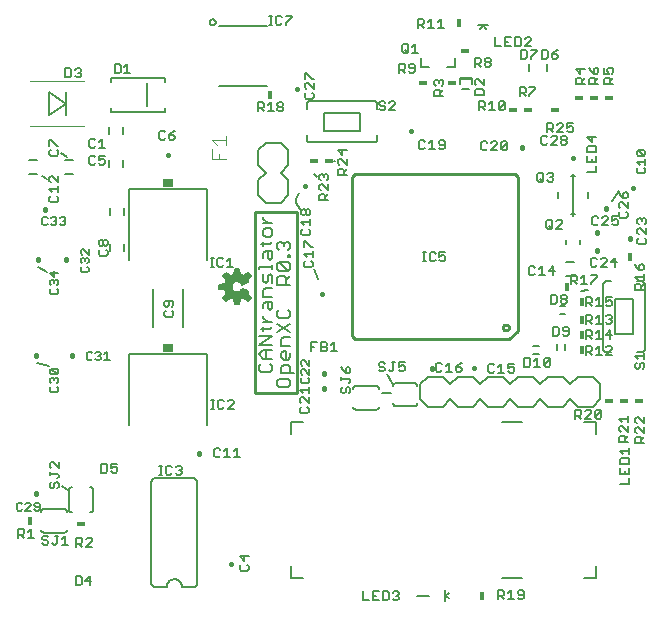
<source format=gto>
G75*
%MOIN*%
%OFA0B0*%
%FSLAX24Y24*%
%IPPOS*%
%LPD*%
%AMOC8*
5,1,8,0,0,1.08239X$1,22.5*
%
%ADD10C,0.0080*%
%ADD11C,0.0100*%
%ADD12C,0.0060*%
%ADD13C,0.0160*%
%ADD14R,0.0160X0.0280*%
%ADD15R,0.0280X0.0160*%
%ADD16R,0.0340X0.0300*%
%ADD17C,0.0040*%
%ADD18C,0.0050*%
%ADD19C,0.0059*%
D10*
X027428Y021930D02*
X027760Y021930D01*
X027760Y021950D02*
X027762Y021980D01*
X027767Y022010D01*
X027776Y022039D01*
X027789Y022066D01*
X027804Y022092D01*
X027823Y022116D01*
X027844Y022137D01*
X027868Y022156D01*
X027894Y022171D01*
X027921Y022184D01*
X027950Y022193D01*
X027980Y022198D01*
X028010Y022200D01*
X028040Y022198D01*
X028070Y022193D01*
X028099Y022184D01*
X028126Y022171D01*
X028152Y022156D01*
X028176Y022137D01*
X028197Y022116D01*
X028216Y022092D01*
X028231Y022066D01*
X028244Y022039D01*
X028253Y022010D01*
X028258Y021980D01*
X028260Y021950D01*
X028260Y021930D02*
X028656Y021930D01*
X028656Y021929D02*
X028676Y021934D01*
X028695Y021942D01*
X028713Y021953D01*
X028729Y021966D01*
X028742Y021982D01*
X028753Y021999D01*
X028761Y022018D01*
X028766Y022038D01*
X028768Y022059D01*
X028767Y022080D01*
X028766Y022080D02*
X028766Y025459D01*
X028767Y025460D02*
X028762Y025480D01*
X028754Y025499D01*
X028743Y025517D01*
X028730Y025533D01*
X028714Y025546D01*
X028697Y025557D01*
X028678Y025565D01*
X028658Y025570D01*
X028637Y025572D01*
X028616Y025571D01*
X028616Y025570D02*
X027384Y025570D01*
X027361Y025568D01*
X027338Y025563D01*
X027316Y025554D01*
X027296Y025541D01*
X027278Y025526D01*
X027263Y025508D01*
X027250Y025488D01*
X027241Y025466D01*
X027236Y025443D01*
X027234Y025420D01*
X027234Y022080D01*
X027233Y022080D02*
X027238Y022056D01*
X027246Y022033D01*
X027257Y022012D01*
X027271Y021992D01*
X027288Y021974D01*
X027307Y021959D01*
X027328Y021946D01*
X027350Y021937D01*
X027374Y021931D01*
X027398Y021929D01*
X027423Y021930D01*
X024325Y023750D02*
X023675Y023750D01*
X023658Y023752D01*
X023641Y023756D01*
X023625Y023763D01*
X023611Y023773D01*
X023598Y023786D01*
X023588Y023800D01*
X023581Y023816D01*
X023577Y023833D01*
X023575Y023850D01*
X023575Y024450D02*
X023577Y024467D01*
X023581Y024484D01*
X023588Y024500D01*
X023598Y024514D01*
X023611Y024527D01*
X023625Y024537D01*
X023641Y024544D01*
X023658Y024548D01*
X023675Y024550D01*
X024325Y024550D01*
X024342Y024548D01*
X024359Y024544D01*
X024375Y024537D01*
X024389Y024527D01*
X024402Y024514D01*
X024412Y024500D01*
X024419Y024484D01*
X024423Y024467D01*
X024425Y024450D01*
X024500Y024525D02*
X024500Y025175D01*
X024500Y025150D02*
X024250Y025300D01*
X024500Y025175D02*
X024502Y025192D01*
X024506Y025209D01*
X024513Y025225D01*
X024523Y025239D01*
X024536Y025252D01*
X024550Y025262D01*
X024566Y025269D01*
X024583Y025273D01*
X024600Y025275D01*
X025200Y025275D02*
X025217Y025273D01*
X025234Y025269D01*
X025250Y025262D01*
X025264Y025252D01*
X025277Y025239D01*
X025287Y025225D01*
X025294Y025209D01*
X025298Y025192D01*
X025300Y025175D01*
X025300Y024525D01*
X025298Y024508D01*
X025294Y024491D01*
X025287Y024475D01*
X025277Y024461D01*
X025264Y024448D01*
X025250Y024438D01*
X025234Y024431D01*
X025217Y024427D01*
X025200Y024425D01*
X024600Y024425D02*
X024583Y024427D01*
X024566Y024431D01*
X024550Y024438D01*
X024536Y024448D01*
X024523Y024461D01*
X024513Y024475D01*
X024506Y024491D01*
X024502Y024508D01*
X024500Y024525D01*
X024425Y023850D02*
X024423Y023833D01*
X024419Y023816D01*
X024412Y023800D01*
X024402Y023786D01*
X024389Y023773D01*
X024375Y023763D01*
X024359Y023756D01*
X024342Y023752D01*
X024325Y023750D01*
X026510Y027340D02*
X026510Y029700D01*
X029090Y029700D01*
X029090Y027340D01*
X030910Y029090D02*
X031190Y029090D01*
X031260Y029160D01*
X031260Y029300D01*
X031190Y029370D01*
X031260Y029550D02*
X030980Y029550D01*
X030840Y029691D01*
X030980Y029831D01*
X031260Y029831D01*
X031260Y030011D02*
X030840Y030011D01*
X031260Y030291D01*
X030840Y030291D01*
X030980Y030471D02*
X030980Y030611D01*
X030910Y030541D02*
X031190Y030541D01*
X031260Y030611D01*
X031260Y030778D02*
X030980Y030778D01*
X031120Y030778D02*
X030980Y030918D01*
X030980Y030988D01*
X030980Y031232D02*
X030980Y031372D01*
X031050Y031442D01*
X031260Y031442D01*
X031260Y031232D01*
X031190Y031162D01*
X031120Y031232D01*
X031120Y031442D01*
X031260Y031622D02*
X030980Y031622D01*
X030980Y031832D01*
X031050Y031902D01*
X031260Y031902D01*
X031260Y032083D02*
X031260Y032293D01*
X031190Y032363D01*
X031120Y032293D01*
X031120Y032153D01*
X031050Y032083D01*
X030980Y032153D01*
X030980Y032363D01*
X030840Y032543D02*
X030840Y032613D01*
X031260Y032613D01*
X031260Y032543D02*
X031260Y032683D01*
X031440Y032691D02*
X031510Y032761D01*
X031790Y032480D01*
X031860Y032550D01*
X031860Y032691D01*
X031790Y032761D01*
X031510Y032761D01*
X031440Y032691D02*
X031440Y032550D01*
X031510Y032480D01*
X031790Y032480D01*
X031860Y032300D02*
X031720Y032160D01*
X031720Y032230D02*
X031720Y032020D01*
X031860Y032020D02*
X031440Y032020D01*
X031440Y032230D01*
X031510Y032300D01*
X031650Y032300D01*
X031720Y032230D01*
X031790Y032941D02*
X031790Y033011D01*
X031860Y033011D01*
X031860Y032941D01*
X031790Y032941D01*
X031790Y033171D02*
X031860Y033241D01*
X031860Y033381D01*
X031790Y033451D01*
X031720Y033451D01*
X031650Y033381D01*
X031650Y033311D01*
X031650Y033381D02*
X031580Y033451D01*
X031510Y033451D01*
X031440Y033381D01*
X031440Y033241D01*
X031510Y033171D01*
X031260Y033130D02*
X031260Y032920D01*
X031190Y032850D01*
X031120Y032920D01*
X031120Y033130D01*
X031050Y033130D02*
X031260Y033130D01*
X031050Y033130D02*
X030980Y033060D01*
X030980Y032920D01*
X030980Y033310D02*
X030980Y033450D01*
X030910Y033380D02*
X031190Y033380D01*
X031260Y033450D01*
X031190Y033617D02*
X031260Y033687D01*
X031260Y033827D01*
X031190Y033897D01*
X031050Y033897D01*
X030980Y033827D01*
X030980Y033687D01*
X031050Y033617D01*
X031190Y033617D01*
X031260Y034078D02*
X030980Y034078D01*
X031120Y034078D02*
X030980Y034218D01*
X030980Y034288D01*
X031050Y034750D02*
X031550Y034750D01*
X031800Y035000D01*
X031800Y035500D01*
X031550Y035750D01*
X031800Y036000D01*
X031800Y036500D01*
X031550Y036750D01*
X031050Y036750D01*
X030800Y036500D01*
X030800Y036000D01*
X031050Y035750D01*
X030800Y035500D01*
X030800Y035000D01*
X031050Y034750D01*
X032080Y034730D02*
X032200Y034550D01*
X032080Y034730D02*
X032080Y034880D01*
X032170Y035060D01*
X032750Y035600D02*
X032680Y035700D01*
X033340Y036150D02*
X033380Y036150D01*
X031100Y038650D02*
X029500Y038650D01*
X027706Y038785D02*
X027706Y038921D01*
X025894Y038921D01*
X025894Y038787D01*
X025894Y037915D02*
X025894Y037779D01*
X027706Y037779D01*
X027706Y037915D01*
X027115Y037956D02*
X027115Y038744D01*
X024387Y038444D02*
X024387Y037656D01*
X024387Y038050D02*
X023847Y037656D01*
X023847Y038444D01*
X024387Y038050D01*
X024220Y036390D02*
X024430Y036270D01*
X023750Y035550D02*
X023610Y035650D01*
X026510Y035200D02*
X029090Y035200D01*
X029090Y032840D01*
X028312Y031860D02*
X028312Y030600D01*
X027288Y030600D02*
X027288Y031860D01*
X026510Y032840D02*
X026510Y035200D01*
X023770Y032430D02*
X023470Y032620D01*
X023440Y029410D02*
X023840Y029300D01*
X030840Y029300D02*
X030840Y029160D01*
X030910Y029090D01*
X030840Y029300D02*
X030910Y029370D01*
X031050Y029550D02*
X031050Y029831D01*
X031580Y029731D02*
X031650Y029801D01*
X031720Y029801D01*
X031720Y029521D01*
X031790Y029521D02*
X031650Y029521D01*
X031580Y029591D01*
X031580Y029731D01*
X031580Y029981D02*
X031580Y030191D01*
X031650Y030261D01*
X031860Y030261D01*
X031860Y030442D02*
X031440Y030722D01*
X031510Y030902D02*
X031790Y030902D01*
X031860Y030972D01*
X031860Y031112D01*
X031790Y031182D01*
X031510Y031182D02*
X031440Y031112D01*
X031440Y030972D01*
X031510Y030902D01*
X031860Y030722D02*
X031440Y030442D01*
X031580Y029981D02*
X031860Y029981D01*
X031860Y029731D02*
X031860Y029591D01*
X031790Y029521D01*
X031790Y029341D02*
X031860Y029271D01*
X031860Y029060D01*
X032000Y029060D02*
X031580Y029060D01*
X031580Y029271D01*
X031650Y029341D01*
X031790Y029341D01*
X031790Y028880D02*
X031510Y028880D01*
X031440Y028810D01*
X031440Y028670D01*
X031510Y028600D01*
X031790Y028600D01*
X031860Y028670D01*
X031860Y028810D01*
X031790Y028880D01*
X031899Y027448D02*
X032293Y027448D01*
X031899Y027448D02*
X031899Y027055D01*
X034075Y027850D02*
X034725Y027850D01*
X034742Y027852D01*
X034759Y027856D01*
X034775Y027863D01*
X034789Y027873D01*
X034802Y027886D01*
X034812Y027900D01*
X034819Y027916D01*
X034823Y027933D01*
X034825Y027950D01*
X034930Y028400D02*
X035240Y028400D01*
X035307Y028625D02*
X035305Y028643D01*
X035306Y028660D01*
X035310Y028677D01*
X035317Y028693D01*
X035327Y028708D01*
X035339Y028720D01*
X035353Y028730D01*
X035369Y028738D01*
X035385Y028743D01*
X035385Y028744D02*
X036015Y028744D01*
X036015Y028743D02*
X036031Y028738D01*
X036047Y028730D01*
X036061Y028720D01*
X036073Y028708D01*
X036083Y028693D01*
X036090Y028677D01*
X036094Y028660D01*
X036095Y028643D01*
X036093Y028625D01*
X036200Y028700D02*
X036200Y028200D01*
X036450Y027950D01*
X036950Y027950D01*
X037200Y028200D01*
X037450Y027950D01*
X037950Y027950D01*
X038200Y028200D01*
X038450Y027950D01*
X038950Y027950D01*
X039200Y028200D01*
X039450Y027950D01*
X039950Y027950D01*
X040200Y028200D01*
X040450Y027950D01*
X040950Y027950D01*
X041200Y028200D01*
X041450Y027950D01*
X041950Y027950D01*
X042200Y028200D01*
X042200Y028700D01*
X041950Y028950D01*
X041450Y028950D01*
X041200Y028700D01*
X040950Y028950D01*
X040450Y028950D01*
X040200Y028700D01*
X039950Y028950D01*
X039450Y028950D01*
X039200Y028700D01*
X038950Y028950D01*
X038450Y028950D01*
X038200Y028700D01*
X037950Y028950D01*
X037450Y028950D01*
X037200Y028700D01*
X036950Y028950D01*
X036450Y028950D01*
X036200Y028700D01*
X036093Y028075D02*
X036095Y028057D01*
X036094Y028040D01*
X036090Y028023D01*
X036083Y028007D01*
X036073Y027992D01*
X036061Y027980D01*
X036047Y027970D01*
X036031Y027962D01*
X036015Y027957D01*
X036015Y027956D02*
X035385Y027956D01*
X035385Y027957D02*
X035369Y027962D01*
X035353Y027970D01*
X035339Y027980D01*
X035327Y027992D01*
X035317Y028007D01*
X035310Y028023D01*
X035306Y028040D01*
X035305Y028057D01*
X035307Y028075D01*
X035270Y028750D02*
X035100Y029050D01*
X034725Y028650D02*
X034075Y028650D01*
X034058Y028648D01*
X034041Y028644D01*
X034025Y028637D01*
X034011Y028627D01*
X033998Y028614D01*
X033988Y028600D01*
X033981Y028584D01*
X033977Y028567D01*
X033975Y028550D01*
X033975Y027950D02*
X033977Y027933D01*
X033981Y027916D01*
X033988Y027900D01*
X033998Y027886D01*
X034011Y027873D01*
X034025Y027863D01*
X034041Y027856D01*
X034058Y027852D01*
X034075Y027850D01*
X034825Y028550D02*
X034823Y028567D01*
X034819Y028584D01*
X034812Y028600D01*
X034802Y028614D01*
X034789Y028627D01*
X034775Y028637D01*
X034759Y028644D01*
X034742Y028648D01*
X034725Y028650D01*
X038946Y027448D02*
X039616Y027448D01*
X041663Y027448D02*
X042057Y027448D01*
X042057Y027055D01*
X041034Y029853D02*
X041034Y030030D01*
X040766Y030030D02*
X040766Y029853D01*
X040157Y029984D02*
X039980Y029984D01*
X039980Y029716D02*
X040157Y029716D01*
X040860Y031026D02*
X041037Y031026D01*
X041037Y031294D02*
X040860Y031294D01*
X041580Y031790D02*
X041790Y031850D01*
X041536Y033381D02*
X041536Y033519D01*
X041064Y033519D02*
X041064Y033381D01*
X041300Y034310D02*
X041300Y035710D01*
X041231Y035640D02*
X041369Y035640D01*
X041792Y035118D02*
X041792Y034902D01*
X041369Y034380D02*
X041231Y034380D01*
X040812Y034902D02*
X040812Y035118D01*
X042610Y034810D02*
X042820Y035150D01*
X040440Y039152D02*
X040440Y039388D01*
X039820Y039388D02*
X039820Y039152D01*
X037917Y038904D02*
X037917Y038865D01*
X037523Y038865D01*
X037523Y038904D01*
X037917Y038904D01*
X037917Y038865D02*
X037917Y038826D01*
X037917Y038707D01*
X037523Y038707D02*
X037523Y038865D01*
X037351Y039274D02*
X037115Y039274D01*
X037351Y039274D02*
X037351Y039589D01*
X036485Y039274D02*
X036249Y039274D01*
X036249Y039589D01*
X038119Y040657D02*
X038300Y040657D01*
X038392Y040535D01*
X038481Y040657D02*
X038300Y040657D01*
X038290Y040651D02*
X038214Y040535D01*
X031100Y040650D02*
X029500Y040650D01*
X029191Y040765D02*
X029193Y040785D01*
X029199Y040803D01*
X029208Y040821D01*
X029220Y040836D01*
X029235Y040848D01*
X029253Y040857D01*
X029271Y040863D01*
X029291Y040865D01*
X029311Y040863D01*
X029329Y040857D01*
X029347Y040848D01*
X029362Y040836D01*
X029374Y040821D01*
X029383Y040803D01*
X029389Y040785D01*
X029391Y040765D01*
X029389Y040745D01*
X029383Y040727D01*
X029374Y040709D01*
X029362Y040694D01*
X029347Y040682D01*
X029329Y040673D01*
X029311Y040667D01*
X029291Y040665D01*
X029271Y040667D01*
X029253Y040673D01*
X029235Y040682D01*
X029220Y040694D01*
X029208Y040709D01*
X029199Y040727D01*
X029193Y040745D01*
X029191Y040765D01*
X032660Y032530D02*
X032810Y032210D01*
X031899Y022645D02*
X031899Y022252D01*
X032293Y022252D01*
X036100Y021650D02*
X036500Y021650D01*
X037033Y021650D02*
X037155Y021742D01*
X037033Y021831D02*
X037033Y021650D01*
X037033Y021469D01*
X037155Y021564D02*
X037039Y021640D01*
X038946Y022252D02*
X039616Y022252D01*
X041663Y022252D02*
X042057Y022252D01*
X042057Y022645D01*
D11*
X032100Y028420D02*
X030700Y028420D01*
X030700Y034450D01*
X032100Y034450D01*
X032100Y028420D01*
X033944Y030293D02*
X033944Y035607D01*
X034043Y035706D01*
X039357Y035706D01*
X039456Y035607D01*
X039456Y030489D01*
X039161Y030194D01*
X034043Y030194D01*
X033944Y030293D01*
X038964Y030588D02*
X038966Y030607D01*
X038971Y030626D01*
X038981Y030642D01*
X038993Y030657D01*
X039008Y030669D01*
X039024Y030679D01*
X039043Y030684D01*
X039062Y030686D01*
X039081Y030684D01*
X039100Y030679D01*
X039116Y030669D01*
X039131Y030657D01*
X039143Y030642D01*
X039153Y030626D01*
X039158Y030607D01*
X039160Y030588D01*
X039158Y030569D01*
X039153Y030550D01*
X039143Y030534D01*
X039131Y030519D01*
X039116Y030507D01*
X039100Y030497D01*
X039081Y030492D01*
X039062Y030490D01*
X039043Y030492D01*
X039024Y030497D01*
X039008Y030507D01*
X038993Y030519D01*
X038981Y030534D01*
X038971Y030550D01*
X038966Y030569D01*
X038964Y030588D01*
D12*
X024867Y021990D02*
X024717Y021990D01*
X024717Y022290D01*
X024867Y022290D01*
X024917Y022240D01*
X024917Y022040D01*
X024867Y021990D01*
X025049Y022140D02*
X025249Y022140D01*
X025199Y021990D02*
X025199Y022290D01*
X025049Y022140D01*
X025071Y023275D02*
X025272Y023475D01*
X025272Y023525D01*
X025222Y023575D01*
X025122Y023575D01*
X025071Y023525D01*
X024940Y023525D02*
X024940Y023425D01*
X024890Y023375D01*
X024740Y023375D01*
X024740Y023275D02*
X024740Y023575D01*
X024890Y023575D01*
X024940Y023525D01*
X024840Y023375D02*
X024940Y023275D01*
X025071Y023275D02*
X025272Y023275D01*
X024476Y023350D02*
X024275Y023350D01*
X024376Y023350D02*
X024376Y023650D01*
X024275Y023550D01*
X024144Y023650D02*
X024044Y023650D01*
X024094Y023650D02*
X024094Y023400D01*
X024044Y023350D01*
X023994Y023350D01*
X023944Y023400D01*
X023813Y023400D02*
X023763Y023350D01*
X023663Y023350D01*
X023613Y023400D01*
X023663Y023500D02*
X023763Y023500D01*
X023813Y023450D01*
X023813Y023400D01*
X023663Y023500D02*
X023613Y023550D01*
X023613Y023600D01*
X023663Y023650D01*
X023763Y023650D01*
X023813Y023600D01*
X023339Y023575D02*
X023139Y023575D01*
X023239Y023575D02*
X023239Y023875D01*
X023139Y023775D01*
X023007Y023725D02*
X022957Y023675D01*
X022807Y023675D01*
X022807Y023575D02*
X022807Y023875D01*
X022957Y023875D01*
X023007Y023825D01*
X023007Y023725D01*
X022907Y023675D02*
X023007Y023575D01*
X023900Y025233D02*
X023950Y025233D01*
X024000Y025283D01*
X024000Y025383D01*
X024050Y025433D01*
X024100Y025433D01*
X024150Y025383D01*
X024150Y025283D01*
X024100Y025233D01*
X023900Y025233D02*
X023850Y025283D01*
X023850Y025383D01*
X023900Y025433D01*
X023850Y025665D02*
X023850Y025765D01*
X023850Y025715D02*
X024100Y025715D01*
X024150Y025665D01*
X024150Y025615D01*
X024100Y025565D01*
X024150Y025896D02*
X023950Y026096D01*
X023900Y026096D01*
X023850Y026046D01*
X023850Y025946D01*
X023900Y025896D01*
X024150Y025896D02*
X024150Y026096D01*
X025577Y026040D02*
X025727Y026040D01*
X025777Y025990D01*
X025777Y025790D01*
X025727Y025740D01*
X025577Y025740D01*
X025577Y026040D01*
X025909Y026040D02*
X025909Y025890D01*
X026009Y025940D01*
X026059Y025940D01*
X026109Y025890D01*
X026109Y025790D01*
X026059Y025740D01*
X025959Y025740D01*
X025909Y025790D01*
X025909Y026040D02*
X026109Y026040D01*
X027506Y025980D02*
X027606Y025980D01*
X027556Y025980D02*
X027556Y025680D01*
X027506Y025680D02*
X027606Y025680D01*
X027727Y025730D02*
X027777Y025680D01*
X027877Y025680D01*
X027927Y025730D01*
X028059Y025730D02*
X028109Y025680D01*
X028209Y025680D01*
X028259Y025730D01*
X028259Y025780D01*
X028209Y025830D01*
X028159Y025830D01*
X028209Y025830D02*
X028259Y025880D01*
X028259Y025930D01*
X028209Y025980D01*
X028109Y025980D01*
X028059Y025930D01*
X027927Y025930D02*
X027877Y025980D01*
X027777Y025980D01*
X027727Y025930D01*
X027727Y025730D01*
X029346Y026315D02*
X029396Y026265D01*
X029496Y026265D01*
X029546Y026315D01*
X029677Y026265D02*
X029877Y026265D01*
X029777Y026265D02*
X029777Y026565D01*
X029677Y026465D01*
X029546Y026515D02*
X029496Y026565D01*
X029396Y026565D01*
X029346Y026515D01*
X029346Y026315D01*
X030009Y026265D02*
X030209Y026265D01*
X030109Y026265D02*
X030109Y026565D01*
X030009Y026465D01*
X029993Y027880D02*
X029792Y027880D01*
X029993Y028080D01*
X029993Y028130D01*
X029943Y028180D01*
X029843Y028180D01*
X029792Y028130D01*
X029661Y028130D02*
X029611Y028180D01*
X029511Y028180D01*
X029461Y028130D01*
X029461Y027930D01*
X029511Y027880D01*
X029611Y027880D01*
X029661Y027930D01*
X029340Y027880D02*
X029240Y027880D01*
X029290Y027880D02*
X029290Y028180D01*
X029240Y028180D02*
X029340Y028180D01*
X032195Y028212D02*
X032195Y028112D01*
X032245Y028061D01*
X032245Y027930D02*
X032195Y027880D01*
X032195Y027780D01*
X032245Y027730D01*
X032445Y027730D01*
X032495Y027780D01*
X032495Y027880D01*
X032445Y027930D01*
X032495Y028061D02*
X032295Y028262D01*
X032245Y028262D01*
X032195Y028212D01*
X032295Y028393D02*
X032195Y028493D01*
X032495Y028493D01*
X032495Y028393D02*
X032495Y028593D01*
X032495Y028262D02*
X032495Y028061D01*
X033570Y028455D02*
X033570Y028555D01*
X033620Y028605D01*
X033720Y028555D02*
X033770Y028605D01*
X033820Y028605D01*
X033870Y028555D01*
X033870Y028455D01*
X033820Y028405D01*
X033720Y028455D02*
X033720Y028555D01*
X033720Y028455D02*
X033670Y028405D01*
X033620Y028405D01*
X033570Y028455D01*
X033820Y028736D02*
X033870Y028787D01*
X033870Y028837D01*
X033820Y028887D01*
X033570Y028887D01*
X033570Y028837D02*
X033570Y028937D01*
X033720Y029068D02*
X033720Y029218D01*
X033770Y029268D01*
X033820Y029268D01*
X033870Y029218D01*
X033870Y029118D01*
X033820Y029068D01*
X033720Y029068D01*
X033620Y029168D01*
X033570Y029268D01*
X033439Y029805D02*
X033239Y029805D01*
X033339Y029805D02*
X033339Y030105D01*
X033239Y030005D01*
X033107Y030005D02*
X033057Y029955D01*
X032907Y029955D01*
X032907Y029805D02*
X032907Y030105D01*
X033057Y030105D01*
X033107Y030055D01*
X033107Y030005D01*
X033057Y029955D02*
X033107Y029905D01*
X033107Y029855D01*
X033057Y029805D01*
X032907Y029805D01*
X032676Y029955D02*
X032576Y029955D01*
X032576Y029805D02*
X032576Y030105D01*
X032776Y030105D01*
X034825Y029380D02*
X034825Y029330D01*
X034875Y029280D01*
X034975Y029280D01*
X035025Y029230D01*
X035025Y029180D01*
X034975Y029130D01*
X034875Y029130D01*
X034825Y029180D01*
X034825Y029380D02*
X034875Y029430D01*
X034975Y029430D01*
X035025Y029380D01*
X035257Y029430D02*
X035357Y029430D01*
X035307Y029430D02*
X035307Y029180D01*
X035257Y029130D01*
X035207Y029130D01*
X035156Y029180D01*
X035488Y029180D02*
X035538Y029130D01*
X035638Y029130D01*
X035688Y029180D01*
X035688Y029280D01*
X035638Y029330D01*
X035588Y029330D01*
X035488Y029280D01*
X035488Y029430D01*
X035688Y029430D01*
X036730Y029365D02*
X036730Y029165D01*
X036780Y029115D01*
X036880Y029115D01*
X036930Y029165D01*
X037061Y029115D02*
X037262Y029115D01*
X037162Y029115D02*
X037162Y029415D01*
X037061Y029315D01*
X036930Y029365D02*
X036880Y029415D01*
X036780Y029415D01*
X036730Y029365D01*
X037393Y029265D02*
X037393Y029165D01*
X037443Y029115D01*
X037543Y029115D01*
X037593Y029165D01*
X037593Y029215D01*
X037543Y029265D01*
X037393Y029265D01*
X037493Y029365D01*
X037593Y029415D01*
X038476Y029335D02*
X038476Y029135D01*
X038526Y029085D01*
X038626Y029085D01*
X038676Y029135D01*
X038807Y029085D02*
X039007Y029085D01*
X038907Y029085D02*
X038907Y029385D01*
X038807Y029285D01*
X038676Y029335D02*
X038626Y029385D01*
X038526Y029385D01*
X038476Y029335D01*
X039139Y029385D02*
X039139Y029235D01*
X039239Y029285D01*
X039289Y029285D01*
X039339Y029235D01*
X039339Y029135D01*
X039289Y029085D01*
X039189Y029085D01*
X039139Y029135D01*
X039139Y029385D02*
X039339Y029385D01*
X039682Y029277D02*
X039832Y029277D01*
X039882Y029327D01*
X039882Y029527D01*
X039832Y029577D01*
X039682Y029577D01*
X039682Y029277D01*
X040013Y029277D02*
X040214Y029277D01*
X040114Y029277D02*
X040114Y029577D01*
X040013Y029477D01*
X040345Y029527D02*
X040395Y029577D01*
X040495Y029577D01*
X040545Y029527D01*
X040345Y029327D01*
X040395Y029277D01*
X040495Y029277D01*
X040545Y029327D01*
X040545Y029527D01*
X040345Y029527D02*
X040345Y029327D01*
X040622Y030307D02*
X040772Y030307D01*
X040822Y030357D01*
X040822Y030557D01*
X040772Y030607D01*
X040622Y030607D01*
X040622Y030307D01*
X040953Y030357D02*
X041003Y030307D01*
X041104Y030307D01*
X041154Y030357D01*
X041154Y030557D01*
X041104Y030607D01*
X041003Y030607D01*
X040953Y030557D01*
X040953Y030507D01*
X041003Y030457D01*
X041154Y030457D01*
X041726Y030505D02*
X041876Y030505D01*
X041926Y030455D01*
X041926Y030355D01*
X041876Y030305D01*
X041726Y030305D01*
X041826Y030305D02*
X041926Y030205D01*
X042057Y030205D02*
X042257Y030205D01*
X042157Y030205D02*
X042157Y030505D01*
X042057Y030405D01*
X042051Y030715D02*
X042252Y030715D01*
X042152Y030715D02*
X042152Y031015D01*
X042051Y030915D01*
X041920Y030865D02*
X041870Y030815D01*
X041720Y030815D01*
X041720Y030715D02*
X041720Y031015D01*
X041870Y031015D01*
X041920Y030965D01*
X041920Y030865D01*
X041820Y030815D02*
X041920Y030715D01*
X041726Y030505D02*
X041726Y030205D01*
X041730Y029985D02*
X041880Y029985D01*
X041930Y029935D01*
X041930Y029835D01*
X041880Y029785D01*
X041730Y029785D01*
X041730Y029685D02*
X041730Y029985D01*
X041830Y029785D02*
X041930Y029685D01*
X042061Y029685D02*
X042262Y029685D01*
X042162Y029685D02*
X042162Y029985D01*
X042061Y029885D01*
X042393Y029935D02*
X042443Y029985D01*
X042543Y029985D01*
X042593Y029935D01*
X042593Y029885D01*
X042393Y029685D01*
X042593Y029685D01*
X042539Y030205D02*
X042539Y030505D01*
X042389Y030355D01*
X042589Y030355D01*
X042533Y030715D02*
X042433Y030715D01*
X042383Y030765D01*
X042483Y030865D02*
X042533Y030865D01*
X042583Y030815D01*
X042583Y030765D01*
X042533Y030715D01*
X042533Y030865D02*
X042583Y030915D01*
X042583Y030965D01*
X042533Y031015D01*
X042433Y031015D01*
X042383Y030965D01*
X042433Y031305D02*
X042383Y031355D01*
X042433Y031305D02*
X042533Y031305D01*
X042583Y031355D01*
X042583Y031455D01*
X042533Y031505D01*
X042483Y031505D01*
X042383Y031455D01*
X042383Y031605D01*
X042583Y031605D01*
X042152Y031605D02*
X042152Y031305D01*
X042252Y031305D02*
X042051Y031305D01*
X041920Y031305D02*
X041820Y031405D01*
X041870Y031405D02*
X041720Y031405D01*
X041720Y031305D02*
X041720Y031605D01*
X041870Y031605D01*
X041920Y031555D01*
X041920Y031455D01*
X041870Y031405D01*
X042051Y031505D02*
X042152Y031605D01*
X041883Y032035D02*
X041883Y032085D01*
X042083Y032285D01*
X042083Y032335D01*
X041883Y032335D01*
X041652Y032335D02*
X041652Y032035D01*
X041752Y032035D02*
X041551Y032035D01*
X041420Y032035D02*
X041320Y032135D01*
X041370Y032135D02*
X041220Y032135D01*
X041220Y032035D02*
X041220Y032335D01*
X041370Y032335D01*
X041420Y032285D01*
X041420Y032185D01*
X041370Y032135D01*
X041318Y032314D02*
X041082Y032314D01*
X040683Y032475D02*
X040483Y032475D01*
X040633Y032625D01*
X040633Y032325D01*
X040352Y032325D02*
X040151Y032325D01*
X040252Y032325D02*
X040252Y032625D01*
X040151Y032525D01*
X040020Y032575D02*
X039970Y032625D01*
X039870Y032625D01*
X039820Y032575D01*
X039820Y032375D01*
X039870Y032325D01*
X039970Y032325D01*
X040020Y032375D01*
X040562Y031687D02*
X040712Y031687D01*
X040762Y031637D01*
X040762Y031437D01*
X040712Y031387D01*
X040562Y031387D01*
X040562Y031687D01*
X040893Y031637D02*
X040893Y031587D01*
X040943Y031537D01*
X041044Y031537D01*
X041094Y031487D01*
X041094Y031437D01*
X041044Y031387D01*
X040943Y031387D01*
X040893Y031437D01*
X040893Y031487D01*
X040943Y031537D01*
X041044Y031537D02*
X041094Y031587D01*
X041094Y031637D01*
X041044Y031687D01*
X040943Y031687D01*
X040893Y031637D01*
X041551Y032235D02*
X041652Y032335D01*
X041940Y032615D02*
X042040Y032615D01*
X042090Y032665D01*
X042221Y032615D02*
X042422Y032815D01*
X042422Y032865D01*
X042372Y032915D01*
X042272Y032915D01*
X042221Y032865D01*
X042090Y032865D02*
X042040Y032915D01*
X041940Y032915D01*
X041890Y032865D01*
X041890Y032665D01*
X041940Y032615D01*
X042221Y032615D02*
X042422Y032615D01*
X042553Y032765D02*
X042753Y032765D01*
X042703Y032615D02*
X042703Y032915D01*
X042553Y032765D01*
X043355Y032703D02*
X043405Y032603D01*
X043505Y032503D01*
X043505Y032653D01*
X043555Y032703D01*
X043605Y032703D01*
X043655Y032653D01*
X043655Y032553D01*
X043605Y032503D01*
X043505Y032503D01*
X043655Y032372D02*
X043655Y032171D01*
X043655Y032272D02*
X043355Y032272D01*
X043455Y032171D01*
X043505Y032040D02*
X043555Y031990D01*
X043555Y031840D01*
X043655Y031840D02*
X043355Y031840D01*
X043355Y031990D01*
X043405Y032040D01*
X043505Y032040D01*
X043555Y031940D02*
X043655Y032040D01*
X043695Y033370D02*
X043745Y033420D01*
X043745Y033520D01*
X043695Y033570D01*
X043745Y033701D02*
X043545Y033902D01*
X043495Y033902D01*
X043445Y033852D01*
X043445Y033752D01*
X043495Y033701D01*
X043495Y033570D02*
X043445Y033520D01*
X043445Y033420D01*
X043495Y033370D01*
X043695Y033370D01*
X043745Y033701D02*
X043745Y033902D01*
X043695Y034033D02*
X043745Y034083D01*
X043745Y034183D01*
X043695Y034233D01*
X043645Y034233D01*
X043595Y034183D01*
X043595Y034133D01*
X043595Y034183D02*
X043545Y034233D01*
X043495Y034233D01*
X043445Y034183D01*
X043445Y034083D01*
X043495Y034033D01*
X043125Y034290D02*
X043125Y034390D01*
X043075Y034440D01*
X043125Y034571D02*
X042925Y034772D01*
X042875Y034772D01*
X042825Y034722D01*
X042825Y034622D01*
X042875Y034571D01*
X042875Y034440D02*
X042825Y034390D01*
X042825Y034290D01*
X042875Y034240D01*
X043075Y034240D01*
X043125Y034290D01*
X043125Y034571D02*
X043125Y034772D01*
X043075Y034903D02*
X043125Y034953D01*
X043125Y035053D01*
X043075Y035103D01*
X043025Y035103D01*
X042975Y035053D01*
X042975Y034903D01*
X043075Y034903D01*
X042975Y034903D02*
X042875Y035003D01*
X042825Y035103D01*
X042803Y034295D02*
X042603Y034295D01*
X042603Y034145D01*
X042703Y034195D01*
X042753Y034195D01*
X042803Y034145D01*
X042803Y034045D01*
X042753Y033995D01*
X042653Y033995D01*
X042603Y034045D01*
X042472Y033995D02*
X042271Y033995D01*
X042472Y034195D01*
X042472Y034245D01*
X042422Y034295D01*
X042322Y034295D01*
X042271Y034245D01*
X042140Y034245D02*
X042090Y034295D01*
X041990Y034295D01*
X041940Y034245D01*
X041940Y034045D01*
X041990Y033995D01*
X042090Y033995D01*
X042140Y034045D01*
X040939Y034085D02*
X040939Y034135D01*
X040889Y034185D01*
X040789Y034185D01*
X040739Y034135D01*
X040608Y034135D02*
X040608Y033935D01*
X040558Y033885D01*
X040458Y033885D01*
X040408Y033935D01*
X040408Y034135D01*
X040458Y034185D01*
X040558Y034185D01*
X040608Y034135D01*
X040508Y033985D02*
X040608Y033885D01*
X040739Y033885D02*
X040939Y034085D01*
X040939Y033885D02*
X040739Y033885D01*
X041082Y032786D02*
X041318Y032786D01*
X040597Y035450D02*
X040497Y035450D01*
X040447Y035500D01*
X040316Y035500D02*
X040266Y035450D01*
X040166Y035450D01*
X040116Y035500D01*
X040116Y035700D01*
X040166Y035750D01*
X040266Y035750D01*
X040316Y035700D01*
X040316Y035500D01*
X040316Y035450D02*
X040216Y035550D01*
X040447Y035700D02*
X040497Y035750D01*
X040597Y035750D01*
X040647Y035700D01*
X040647Y035650D01*
X040597Y035600D01*
X040647Y035550D01*
X040647Y035500D01*
X040597Y035450D01*
X040597Y035600D02*
X040547Y035600D01*
X041770Y035780D02*
X042070Y035780D01*
X042070Y035980D01*
X042070Y036111D02*
X042070Y036312D01*
X042070Y036443D02*
X042070Y036593D01*
X042020Y036643D01*
X041820Y036643D01*
X041770Y036593D01*
X041770Y036443D01*
X042070Y036443D01*
X041920Y036212D02*
X041920Y036111D01*
X041770Y036111D02*
X042070Y036111D01*
X041770Y036111D02*
X041770Y036312D01*
X041920Y036774D02*
X041920Y036975D01*
X042070Y036925D02*
X041770Y036925D01*
X041920Y036774D01*
X041309Y037155D02*
X041259Y037105D01*
X041159Y037105D01*
X041109Y037155D01*
X041109Y037255D02*
X041209Y037305D01*
X041259Y037305D01*
X041309Y037255D01*
X041309Y037155D01*
X041109Y037255D02*
X041109Y037405D01*
X041309Y037405D01*
X040977Y037355D02*
X040927Y037405D01*
X040827Y037405D01*
X040777Y037355D01*
X040646Y037355D02*
X040646Y037255D01*
X040596Y037205D01*
X040446Y037205D01*
X040546Y037205D02*
X040646Y037105D01*
X040617Y036985D02*
X040567Y036935D01*
X040617Y036985D02*
X040717Y036985D01*
X040767Y036935D01*
X040767Y036885D01*
X040567Y036685D01*
X040767Y036685D01*
X040899Y036735D02*
X040899Y036785D01*
X040949Y036835D01*
X041049Y036835D01*
X041099Y036785D01*
X041099Y036735D01*
X041049Y036685D01*
X040949Y036685D01*
X040899Y036735D01*
X040949Y036835D02*
X040899Y036885D01*
X040899Y036935D01*
X040949Y036985D01*
X041049Y036985D01*
X041099Y036935D01*
X041099Y036885D01*
X041049Y036835D01*
X040977Y037105D02*
X040777Y037105D01*
X040977Y037305D01*
X040977Y037355D01*
X040646Y037355D02*
X040596Y037405D01*
X040446Y037405D01*
X040446Y037105D01*
X040386Y036985D02*
X040286Y036985D01*
X040236Y036935D01*
X040236Y036735D01*
X040286Y036685D01*
X040386Y036685D01*
X040436Y036735D01*
X040436Y036935D02*
X040386Y036985D01*
X039109Y036755D02*
X038909Y036555D01*
X038959Y036505D01*
X039059Y036505D01*
X039109Y036555D01*
X039109Y036755D01*
X039059Y036805D01*
X038959Y036805D01*
X038909Y036755D01*
X038909Y036555D01*
X038777Y036505D02*
X038577Y036505D01*
X038777Y036705D01*
X038777Y036755D01*
X038727Y036805D01*
X038627Y036805D01*
X038577Y036755D01*
X038446Y036755D02*
X038396Y036805D01*
X038296Y036805D01*
X038246Y036755D01*
X038246Y036555D01*
X038296Y036505D01*
X038396Y036505D01*
X038446Y036555D01*
X038487Y037835D02*
X038687Y037835D01*
X038587Y037835D02*
X038587Y038135D01*
X038487Y038035D01*
X038356Y037985D02*
X038306Y037935D01*
X038156Y037935D01*
X038256Y037935D02*
X038356Y037835D01*
X038356Y037985D02*
X038356Y038085D01*
X038306Y038135D01*
X038156Y038135D01*
X038156Y037835D01*
X038027Y038335D02*
X038027Y038485D01*
X038077Y038535D01*
X038277Y038535D01*
X038327Y038485D01*
X038327Y038335D01*
X038027Y038335D01*
X038077Y038667D02*
X038027Y038717D01*
X038027Y038817D01*
X038077Y038867D01*
X038127Y038867D01*
X038327Y038667D01*
X038327Y038867D01*
X038402Y039275D02*
X038351Y039325D01*
X038351Y039375D01*
X038402Y039425D01*
X038502Y039425D01*
X038552Y039375D01*
X038552Y039325D01*
X038502Y039275D01*
X038402Y039275D01*
X038402Y039425D02*
X038351Y039475D01*
X038351Y039525D01*
X038402Y039575D01*
X038502Y039575D01*
X038552Y039525D01*
X038552Y039475D01*
X038502Y039425D01*
X038220Y039425D02*
X038170Y039375D01*
X038020Y039375D01*
X038020Y039275D02*
X038020Y039575D01*
X038170Y039575D01*
X038220Y039525D01*
X038220Y039425D01*
X038120Y039375D02*
X038220Y039275D01*
X038710Y039965D02*
X038910Y039965D01*
X039041Y039965D02*
X039242Y039965D01*
X039373Y039965D02*
X039523Y039965D01*
X039573Y040015D01*
X039573Y040215D01*
X039523Y040265D01*
X039373Y040265D01*
X039373Y039965D01*
X039566Y039847D02*
X039716Y039847D01*
X039766Y039797D01*
X039766Y039597D01*
X039716Y039547D01*
X039566Y039547D01*
X039566Y039847D01*
X039704Y039965D02*
X039905Y040165D01*
X039905Y040215D01*
X039855Y040265D01*
X039754Y040265D01*
X039704Y040215D01*
X039704Y039965D02*
X039905Y039965D01*
X039897Y039847D02*
X040097Y039847D01*
X040097Y039797D01*
X039897Y039597D01*
X039897Y039547D01*
X040261Y039543D02*
X040411Y039543D01*
X040462Y039593D01*
X040462Y039793D01*
X040411Y039843D01*
X040261Y039843D01*
X040261Y039543D01*
X040593Y039593D02*
X040643Y039543D01*
X040743Y039543D01*
X040793Y039593D01*
X040793Y039643D01*
X040743Y039693D01*
X040593Y039693D01*
X040593Y039593D01*
X040593Y039693D02*
X040693Y039793D01*
X040793Y039843D01*
X041385Y039192D02*
X041535Y039041D01*
X041535Y039242D01*
X041685Y039192D02*
X041385Y039192D01*
X041435Y038910D02*
X041535Y038910D01*
X041585Y038860D01*
X041585Y038710D01*
X041685Y038710D02*
X041385Y038710D01*
X041385Y038860D01*
X041435Y038910D01*
X041585Y038810D02*
X041685Y038910D01*
X041835Y038870D02*
X041885Y038920D01*
X041985Y038920D01*
X042035Y038870D01*
X042035Y038720D01*
X042135Y038720D02*
X041835Y038720D01*
X041835Y038870D01*
X042035Y038820D02*
X042135Y038920D01*
X042085Y039051D02*
X042135Y039102D01*
X042135Y039202D01*
X042085Y039252D01*
X042035Y039252D01*
X041985Y039202D01*
X041985Y039051D01*
X042085Y039051D01*
X041985Y039051D02*
X041885Y039152D01*
X041835Y039252D01*
X042335Y039252D02*
X042335Y039051D01*
X042485Y039051D01*
X042435Y039152D01*
X042435Y039202D01*
X042485Y039252D01*
X042585Y039252D01*
X042635Y039202D01*
X042635Y039102D01*
X042585Y039051D01*
X042635Y038920D02*
X042535Y038820D01*
X042535Y038870D02*
X042535Y038720D01*
X042635Y038720D02*
X042335Y038720D01*
X042335Y038870D01*
X042385Y038920D01*
X042485Y038920D01*
X042535Y038870D01*
X040049Y038605D02*
X040049Y038555D01*
X039849Y038355D01*
X039849Y038305D01*
X039717Y038305D02*
X039617Y038405D01*
X039667Y038405D02*
X039517Y038405D01*
X039517Y038305D02*
X039517Y038605D01*
X039667Y038605D01*
X039717Y038555D01*
X039717Y038455D01*
X039667Y038405D01*
X039849Y038605D02*
X040049Y038605D01*
X039019Y038085D02*
X038819Y037885D01*
X038869Y037835D01*
X038969Y037835D01*
X039019Y037885D01*
X039019Y038085D01*
X038969Y038135D01*
X038869Y038135D01*
X038819Y038085D01*
X038819Y037885D01*
X036975Y038320D02*
X036675Y038320D01*
X036675Y038470D01*
X036725Y038520D01*
X036825Y038520D01*
X036875Y038470D01*
X036875Y038320D01*
X036875Y038420D02*
X036975Y038520D01*
X036925Y038651D02*
X036975Y038702D01*
X036975Y038802D01*
X036925Y038852D01*
X036875Y038852D01*
X036825Y038802D01*
X036825Y038752D01*
X036825Y038802D02*
X036775Y038852D01*
X036725Y038852D01*
X036675Y038802D01*
X036675Y038702D01*
X036725Y038651D01*
X036032Y039125D02*
X036032Y039325D01*
X035982Y039375D01*
X035882Y039375D01*
X035831Y039325D01*
X035831Y039275D01*
X035882Y039225D01*
X036032Y039225D01*
X036032Y039125D02*
X035982Y039075D01*
X035882Y039075D01*
X035831Y039125D01*
X035700Y039075D02*
X035600Y039175D01*
X035650Y039175D02*
X035500Y039175D01*
X035500Y039075D02*
X035500Y039375D01*
X035650Y039375D01*
X035700Y039325D01*
X035700Y039225D01*
X035650Y039175D01*
X035662Y039740D02*
X035612Y039790D01*
X035612Y039990D01*
X035662Y040040D01*
X035762Y040040D01*
X035812Y039990D01*
X035812Y039790D01*
X035762Y039740D01*
X035662Y039740D01*
X035712Y039840D02*
X035812Y039740D01*
X035944Y039740D02*
X036144Y039740D01*
X036044Y039740D02*
X036044Y040040D01*
X035944Y039940D01*
X036126Y040585D02*
X036126Y040885D01*
X036276Y040885D01*
X036326Y040835D01*
X036326Y040735D01*
X036276Y040685D01*
X036126Y040685D01*
X036226Y040685D02*
X036326Y040585D01*
X036457Y040585D02*
X036657Y040585D01*
X036557Y040585D02*
X036557Y040885D01*
X036457Y040785D01*
X036789Y040785D02*
X036889Y040885D01*
X036889Y040585D01*
X036789Y040585D02*
X036989Y040585D01*
X038710Y040265D02*
X038710Y039965D01*
X039041Y039965D02*
X039041Y040265D01*
X039242Y040265D01*
X039142Y040115D02*
X039041Y040115D01*
X035380Y038083D02*
X035330Y038133D01*
X035230Y038133D01*
X035180Y038083D01*
X035048Y038083D02*
X034998Y038133D01*
X034898Y038133D01*
X034848Y038083D01*
X034848Y038033D01*
X034898Y037983D01*
X034998Y037983D01*
X035048Y037933D01*
X035048Y037883D01*
X034998Y037833D01*
X034898Y037833D01*
X034848Y037883D01*
X035180Y037833D02*
X035380Y038033D01*
X035380Y038083D01*
X035380Y037833D02*
X035180Y037833D01*
X036206Y036835D02*
X036156Y036785D01*
X036156Y036585D01*
X036206Y036535D01*
X036306Y036535D01*
X036356Y036585D01*
X036487Y036535D02*
X036687Y036535D01*
X036587Y036535D02*
X036587Y036835D01*
X036487Y036735D01*
X036356Y036785D02*
X036306Y036835D01*
X036206Y036835D01*
X036819Y036785D02*
X036819Y036735D01*
X036869Y036685D01*
X037019Y036685D01*
X037019Y036585D02*
X037019Y036785D01*
X036969Y036835D01*
X036869Y036835D01*
X036819Y036785D01*
X036819Y036585D02*
X036869Y036535D01*
X036969Y036535D01*
X037019Y036585D01*
X033755Y036499D02*
X033455Y036499D01*
X033605Y036349D01*
X033605Y036549D01*
X033555Y036217D02*
X033505Y036217D01*
X033455Y036167D01*
X033455Y036067D01*
X033505Y036017D01*
X033505Y035886D02*
X033605Y035886D01*
X033655Y035836D01*
X033655Y035686D01*
X033655Y035786D02*
X033755Y035886D01*
X033755Y036017D02*
X033555Y036217D01*
X033755Y036217D02*
X033755Y036017D01*
X033505Y035886D02*
X033455Y035836D01*
X033455Y035686D01*
X033755Y035686D01*
X033135Y035643D02*
X033135Y035543D01*
X033085Y035493D01*
X033135Y035362D02*
X033135Y035161D01*
X032935Y035362D01*
X032885Y035362D01*
X032835Y035312D01*
X032835Y035212D01*
X032885Y035161D01*
X032885Y035030D02*
X032985Y035030D01*
X033035Y034980D01*
X033035Y034830D01*
X033135Y034830D02*
X032835Y034830D01*
X032835Y034980D01*
X032885Y035030D01*
X033035Y034930D02*
X033135Y035030D01*
X032885Y035493D02*
X032835Y035543D01*
X032835Y035643D01*
X032885Y035693D01*
X032935Y035693D01*
X032985Y035643D01*
X033035Y035693D01*
X033085Y035693D01*
X033135Y035643D01*
X032985Y035643D02*
X032985Y035593D01*
X032495Y034529D02*
X032545Y034479D01*
X032545Y034379D01*
X032495Y034329D01*
X032445Y034329D01*
X032395Y034379D01*
X032395Y034479D01*
X032445Y034529D01*
X032495Y034529D01*
X032395Y034479D02*
X032345Y034529D01*
X032295Y034529D01*
X032245Y034479D01*
X032245Y034379D01*
X032295Y034329D01*
X032345Y034329D01*
X032395Y034379D01*
X032545Y034197D02*
X032545Y033997D01*
X032545Y034097D02*
X032245Y034097D01*
X032345Y033997D01*
X032295Y033866D02*
X032245Y033816D01*
X032245Y033716D01*
X032295Y033666D01*
X032495Y033666D01*
X032545Y033716D01*
X032545Y033816D01*
X032495Y033866D01*
X032375Y033463D02*
X032575Y033263D01*
X032625Y033263D01*
X032625Y033132D02*
X032625Y032931D01*
X032625Y033032D02*
X032325Y033032D01*
X032425Y032931D01*
X032375Y032800D02*
X032325Y032750D01*
X032325Y032650D01*
X032375Y032600D01*
X032575Y032600D01*
X032625Y032650D01*
X032625Y032750D01*
X032575Y032800D01*
X032325Y033263D02*
X032325Y033463D01*
X032375Y033463D01*
X029973Y032620D02*
X029772Y032620D01*
X029873Y032620D02*
X029873Y032920D01*
X029772Y032820D01*
X029641Y032870D02*
X029591Y032920D01*
X029491Y032920D01*
X029441Y032870D01*
X029441Y032670D01*
X029491Y032620D01*
X029591Y032620D01*
X029641Y032670D01*
X029320Y032620D02*
X029220Y032620D01*
X029270Y032620D02*
X029270Y032920D01*
X029220Y032920D02*
X029320Y032920D01*
X027923Y031477D02*
X027723Y031477D01*
X027673Y031427D01*
X027673Y031327D01*
X027723Y031277D01*
X027773Y031277D01*
X027823Y031327D01*
X027823Y031477D01*
X027923Y031477D02*
X027973Y031427D01*
X027973Y031327D01*
X027923Y031277D01*
X027923Y031145D02*
X027973Y031095D01*
X027973Y030995D01*
X027923Y030945D01*
X027723Y030945D01*
X027673Y030995D01*
X027673Y031095D01*
X027723Y031145D01*
X026336Y033132D02*
X026336Y033368D01*
X025864Y033368D02*
X025864Y033132D01*
X025785Y033137D02*
X025735Y033187D01*
X025785Y033137D02*
X025785Y033037D01*
X025735Y032987D01*
X025535Y032987D01*
X025485Y033037D01*
X025485Y033137D01*
X025535Y033187D01*
X025535Y033319D02*
X025585Y033319D01*
X025635Y033369D01*
X025635Y033469D01*
X025685Y033519D01*
X025735Y033519D01*
X025785Y033469D01*
X025785Y033369D01*
X025735Y033319D01*
X025685Y033319D01*
X025635Y033369D01*
X025635Y033469D02*
X025585Y033519D01*
X025535Y033519D01*
X025485Y033469D01*
X025485Y033369D01*
X025535Y033319D01*
X025864Y034332D02*
X025864Y034568D01*
X026336Y034568D02*
X026336Y034332D01*
X026316Y035932D02*
X026316Y036168D01*
X025844Y036168D02*
X025844Y035932D01*
X025699Y036065D02*
X025649Y036015D01*
X025549Y036015D01*
X025499Y036065D01*
X025499Y036165D02*
X025599Y036215D01*
X025649Y036215D01*
X025699Y036165D01*
X025699Y036065D01*
X025499Y036165D02*
X025499Y036315D01*
X025699Y036315D01*
X025709Y036575D02*
X025509Y036575D01*
X025609Y036575D02*
X025609Y036875D01*
X025509Y036775D01*
X025377Y036825D02*
X025327Y036875D01*
X025227Y036875D01*
X025177Y036825D01*
X025177Y036625D01*
X025227Y036575D01*
X025327Y036575D01*
X025377Y036625D01*
X025317Y036315D02*
X025217Y036315D01*
X025167Y036265D01*
X025167Y036065D01*
X025217Y036015D01*
X025317Y036015D01*
X025367Y036065D01*
X025367Y036265D02*
X025317Y036315D01*
X024618Y036186D02*
X024382Y036186D01*
X024145Y036367D02*
X024095Y036317D01*
X023895Y036317D01*
X023845Y036367D01*
X023845Y036467D01*
X023895Y036517D01*
X023845Y036649D02*
X023845Y036849D01*
X023895Y036849D01*
X024095Y036649D01*
X024145Y036649D01*
X024095Y036517D02*
X024145Y036467D01*
X024145Y036367D01*
X024382Y035714D02*
X024618Y035714D01*
X024145Y035629D02*
X024145Y035429D01*
X023945Y035629D01*
X023895Y035629D01*
X023845Y035579D01*
X023845Y035479D01*
X023895Y035429D01*
X023845Y035197D02*
X024145Y035197D01*
X024145Y035097D02*
X024145Y035297D01*
X023945Y035097D02*
X023845Y035197D01*
X023895Y034966D02*
X023845Y034916D01*
X023845Y034816D01*
X023895Y034766D01*
X024095Y034766D01*
X024145Y034816D01*
X024145Y034916D01*
X024095Y034966D01*
X023418Y035714D02*
X023182Y035714D01*
X023182Y036186D02*
X023418Y036186D01*
X025844Y037052D02*
X025844Y037288D01*
X026316Y037288D02*
X026316Y037052D01*
X027500Y037105D02*
X027500Y036905D01*
X027550Y036855D01*
X027650Y036855D01*
X027700Y036905D01*
X027831Y036905D02*
X027882Y036855D01*
X027982Y036855D01*
X028032Y036905D01*
X028032Y036955D01*
X027982Y037005D01*
X027831Y037005D01*
X027831Y036905D01*
X027831Y037005D02*
X027932Y037105D01*
X028032Y037155D01*
X027700Y037105D02*
X027650Y037155D01*
X027550Y037155D01*
X027500Y037105D01*
X026549Y039070D02*
X026349Y039070D01*
X026449Y039070D02*
X026449Y039370D01*
X026349Y039270D01*
X026217Y039320D02*
X026167Y039370D01*
X026017Y039370D01*
X026017Y039070D01*
X026167Y039070D01*
X026217Y039120D01*
X026217Y039320D01*
X024912Y039180D02*
X024912Y039130D01*
X024862Y039080D01*
X024912Y039030D01*
X024912Y038980D01*
X024862Y038930D01*
X024762Y038930D01*
X024711Y038980D01*
X024580Y038980D02*
X024580Y039180D01*
X024530Y039230D01*
X024380Y039230D01*
X024380Y038930D01*
X024530Y038930D01*
X024580Y038980D01*
X024711Y039180D02*
X024762Y039230D01*
X024862Y039230D01*
X024912Y039180D01*
X024862Y039080D02*
X024812Y039080D01*
X030786Y038095D02*
X030936Y038095D01*
X030986Y038045D01*
X030986Y037945D01*
X030936Y037895D01*
X030786Y037895D01*
X030886Y037895D02*
X030986Y037795D01*
X031117Y037795D02*
X031317Y037795D01*
X031217Y037795D02*
X031217Y038095D01*
X031117Y037995D01*
X031449Y037995D02*
X031449Y038045D01*
X031499Y038095D01*
X031599Y038095D01*
X031649Y038045D01*
X031649Y037995D01*
X031599Y037945D01*
X031499Y037945D01*
X031449Y037995D01*
X031499Y037945D02*
X031449Y037895D01*
X031449Y037845D01*
X031499Y037795D01*
X031599Y037795D01*
X031649Y037845D01*
X031649Y037895D01*
X031599Y037945D01*
X030786Y037795D02*
X030786Y038095D01*
X032365Y038266D02*
X032415Y038216D01*
X032615Y038216D01*
X032665Y038266D01*
X032665Y038366D01*
X032615Y038416D01*
X032665Y038547D02*
X032465Y038747D01*
X032415Y038747D01*
X032365Y038697D01*
X032365Y038597D01*
X032415Y038547D01*
X032415Y038416D02*
X032365Y038366D01*
X032365Y038266D01*
X032665Y038547D02*
X032665Y038747D01*
X032665Y038879D02*
X032615Y038879D01*
X032415Y039079D01*
X032365Y039079D01*
X032365Y038879D01*
X031722Y040680D02*
X031722Y040730D01*
X031923Y040930D01*
X031923Y040980D01*
X031722Y040980D01*
X031591Y040930D02*
X031541Y040980D01*
X031441Y040980D01*
X031391Y040930D01*
X031391Y040730D01*
X031441Y040680D01*
X031541Y040680D01*
X031591Y040730D01*
X031270Y040680D02*
X031170Y040680D01*
X031220Y040680D02*
X031220Y040980D01*
X031170Y040980D02*
X031270Y040980D01*
X036297Y033091D02*
X036397Y033091D01*
X036347Y033091D02*
X036347Y032791D01*
X036297Y032791D02*
X036397Y032791D01*
X036518Y032841D02*
X036568Y032791D01*
X036668Y032791D01*
X036718Y032841D01*
X036849Y032841D02*
X036899Y032791D01*
X036999Y032791D01*
X037049Y032841D01*
X037049Y032941D01*
X036999Y032991D01*
X036949Y032991D01*
X036849Y032941D01*
X036849Y033091D01*
X037049Y033091D01*
X036718Y033041D02*
X036668Y033091D01*
X036568Y033091D01*
X036518Y033041D01*
X036518Y032841D01*
X041380Y027855D02*
X041530Y027855D01*
X041580Y027805D01*
X041580Y027705D01*
X041530Y027655D01*
X041380Y027655D01*
X041380Y027555D02*
X041380Y027855D01*
X041480Y027655D02*
X041580Y027555D01*
X041711Y027555D02*
X041912Y027755D01*
X041912Y027805D01*
X041862Y027855D01*
X041762Y027855D01*
X041711Y027805D01*
X041711Y027555D02*
X041912Y027555D01*
X042043Y027605D02*
X042243Y027805D01*
X042243Y027605D01*
X042193Y027555D01*
X042093Y027555D01*
X042043Y027605D01*
X042043Y027805D01*
X042093Y027855D01*
X042193Y027855D01*
X042243Y027805D01*
X042845Y027543D02*
X043145Y027543D01*
X043145Y027443D02*
X043145Y027643D01*
X043375Y027553D02*
X043375Y027453D01*
X043425Y027403D01*
X043425Y027272D02*
X043375Y027222D01*
X043375Y027122D01*
X043425Y027071D01*
X043425Y026940D02*
X043525Y026940D01*
X043575Y026890D01*
X043575Y026740D01*
X043675Y026740D02*
X043375Y026740D01*
X043375Y026890D01*
X043425Y026940D01*
X043575Y026840D02*
X043675Y026940D01*
X043675Y027071D02*
X043475Y027272D01*
X043425Y027272D01*
X043675Y027272D02*
X043675Y027071D01*
X043675Y027403D02*
X043475Y027603D01*
X043425Y027603D01*
X043375Y027553D01*
X043675Y027603D02*
X043675Y027403D01*
X043145Y027312D02*
X043145Y027111D01*
X042945Y027312D01*
X042895Y027312D01*
X042845Y027262D01*
X042845Y027162D01*
X042895Y027111D01*
X042895Y026980D02*
X042995Y026980D01*
X043045Y026930D01*
X043045Y026780D01*
X043145Y026780D02*
X042845Y026780D01*
X042845Y026930D01*
X042895Y026980D01*
X043045Y026880D02*
X043145Y026980D01*
X043170Y026575D02*
X043170Y026374D01*
X043170Y026475D02*
X042870Y026475D01*
X042970Y026374D01*
X042920Y026243D02*
X042870Y026193D01*
X042870Y026043D01*
X043170Y026043D01*
X043170Y026193D01*
X043120Y026243D01*
X042920Y026243D01*
X042870Y025912D02*
X042870Y025711D01*
X043170Y025711D01*
X043170Y025912D01*
X043020Y025812D02*
X043020Y025711D01*
X043170Y025580D02*
X043170Y025380D01*
X042870Y025380D01*
X042945Y027443D02*
X042845Y027543D01*
X043422Y029209D02*
X043472Y029209D01*
X043522Y029259D01*
X043522Y029359D01*
X043573Y029409D01*
X043623Y029409D01*
X043673Y029359D01*
X043673Y029259D01*
X043623Y029209D01*
X043422Y029209D02*
X043372Y029259D01*
X043372Y029359D01*
X043422Y029409D01*
X043472Y029540D02*
X043372Y029640D01*
X043673Y029640D01*
X043673Y029540D02*
X043673Y029741D01*
X039607Y021829D02*
X039507Y021829D01*
X039457Y021779D01*
X039457Y021729D01*
X039507Y021679D01*
X039657Y021679D01*
X039657Y021579D02*
X039657Y021779D01*
X039607Y021829D01*
X039657Y021579D02*
X039607Y021529D01*
X039507Y021529D01*
X039457Y021579D01*
X039326Y021529D02*
X039125Y021529D01*
X039226Y021529D02*
X039226Y021829D01*
X039125Y021729D01*
X038994Y021679D02*
X038944Y021629D01*
X038794Y021629D01*
X038794Y021529D02*
X038794Y021829D01*
X038944Y021829D01*
X038994Y021779D01*
X038994Y021679D01*
X038894Y021629D02*
X038994Y021529D01*
X035485Y021545D02*
X035435Y021495D01*
X035334Y021495D01*
X035284Y021545D01*
X035153Y021545D02*
X035153Y021745D01*
X035103Y021795D01*
X034953Y021795D01*
X034953Y021495D01*
X035103Y021495D01*
X035153Y021545D01*
X035284Y021745D02*
X035334Y021795D01*
X035435Y021795D01*
X035485Y021745D01*
X035485Y021695D01*
X035435Y021645D01*
X035485Y021595D01*
X035485Y021545D01*
X035435Y021645D02*
X035385Y021645D01*
X034822Y021495D02*
X034621Y021495D01*
X034621Y021795D01*
X034822Y021795D01*
X034722Y021645D02*
X034621Y021645D01*
X034490Y021495D02*
X034290Y021495D01*
X034290Y021795D01*
X030495Y022530D02*
X030495Y022630D01*
X030445Y022680D01*
X030495Y022530D02*
X030445Y022480D01*
X030245Y022480D01*
X030195Y022530D01*
X030195Y022630D01*
X030245Y022680D01*
X030345Y022811D02*
X030345Y023012D01*
X030495Y022962D02*
X030195Y022962D01*
X030345Y022811D01*
D13*
X029912Y022700D02*
X029888Y022700D01*
X028820Y026378D02*
X028820Y026402D01*
X033000Y028538D02*
X033000Y028562D01*
X033000Y029038D02*
X033000Y029062D01*
X032942Y031720D02*
X032918Y031720D01*
X036600Y029232D02*
X036600Y029208D01*
X038000Y029228D02*
X038000Y029252D01*
X042100Y033138D02*
X042100Y033162D01*
X042100Y033738D02*
X042100Y033762D01*
X042400Y034538D02*
X042400Y034562D01*
X043288Y035250D02*
X043312Y035250D01*
X041312Y036250D02*
X041288Y036250D01*
X039600Y036578D02*
X039600Y036602D01*
X035912Y037150D02*
X035888Y037150D01*
X032370Y035322D02*
X032370Y035298D01*
X032112Y038550D02*
X032088Y038550D01*
X027812Y036350D02*
X027788Y036350D01*
X023700Y034542D02*
X023700Y034518D01*
X023450Y032862D02*
X023450Y032838D01*
X024400Y032838D02*
X024400Y032862D01*
X024600Y029662D02*
X024600Y029638D01*
X023400Y029638D02*
X023400Y029662D01*
X023400Y025062D02*
X023400Y025038D01*
X043200Y033538D02*
X043200Y033562D01*
D14*
X043200Y032950D03*
X041600Y031450D03*
X041600Y030850D03*
X041600Y030350D03*
X041600Y029850D03*
X041100Y031950D03*
X031200Y038350D03*
X037500Y040750D03*
X023200Y024150D03*
X038266Y021646D03*
D15*
X042500Y028150D03*
X043000Y028150D03*
X043500Y028150D03*
X033160Y036150D03*
X032660Y036150D03*
X036300Y038750D03*
X037280Y038750D03*
X037700Y039820D03*
X039300Y037850D03*
X039800Y037850D03*
X040700Y037850D03*
X041500Y038250D03*
X042000Y038250D03*
X042500Y038250D03*
X024900Y024050D03*
D16*
X027800Y029890D03*
X027800Y035390D03*
D17*
X029270Y036220D02*
X029270Y036527D01*
X029423Y036680D02*
X029270Y036834D01*
X029730Y036834D01*
X029730Y036987D02*
X029730Y036680D01*
X029500Y036373D02*
X029500Y036220D01*
X029730Y036220D02*
X029270Y036220D01*
X024990Y037300D02*
X023210Y037300D01*
X023210Y038800D02*
X024990Y038800D01*
D18*
X024329Y034270D02*
X024374Y034225D01*
X024374Y034180D01*
X024329Y034135D01*
X024374Y034090D01*
X024374Y034045D01*
X024329Y034000D01*
X024239Y034000D01*
X024194Y034045D01*
X024080Y034045D02*
X024035Y034000D01*
X023945Y034000D01*
X023900Y034045D01*
X023785Y034045D02*
X023740Y034000D01*
X023650Y034000D01*
X023605Y034045D01*
X023605Y034225D01*
X023650Y034270D01*
X023740Y034270D01*
X023785Y034225D01*
X023900Y034225D02*
X023945Y034270D01*
X024035Y034270D01*
X024080Y034225D01*
X024080Y034180D01*
X024035Y034135D01*
X024080Y034090D01*
X024080Y034045D01*
X024035Y034135D02*
X023990Y034135D01*
X024194Y034225D02*
X024239Y034270D01*
X024329Y034270D01*
X024329Y034135D02*
X024284Y034135D01*
X024935Y033201D02*
X024890Y033155D01*
X024890Y033065D01*
X024935Y033020D01*
X024935Y032906D02*
X024980Y032906D01*
X025025Y032861D01*
X025070Y032906D01*
X025115Y032906D01*
X025160Y032861D01*
X025160Y032771D01*
X025115Y032726D01*
X025115Y032611D02*
X025160Y032566D01*
X025160Y032476D01*
X025115Y032431D01*
X024935Y032431D01*
X024890Y032476D01*
X024890Y032566D01*
X024935Y032611D01*
X024935Y032726D02*
X024890Y032771D01*
X024890Y032861D01*
X024935Y032906D01*
X025025Y032861D02*
X025025Y032816D01*
X025160Y033020D02*
X024980Y033201D01*
X024935Y033201D01*
X025160Y033201D02*
X025160Y033020D01*
X024130Y032419D02*
X023860Y032419D01*
X023995Y032284D01*
X023995Y032464D01*
X024040Y032170D02*
X024085Y032170D01*
X024130Y032125D01*
X024130Y032035D01*
X024085Y031990D01*
X024085Y031875D02*
X024130Y031830D01*
X024130Y031740D01*
X024085Y031695D01*
X023905Y031695D01*
X023860Y031740D01*
X023860Y031830D01*
X023905Y031875D01*
X023905Y031990D02*
X023860Y032035D01*
X023860Y032125D01*
X023905Y032170D01*
X023950Y032170D01*
X023995Y032125D01*
X024040Y032170D01*
X023995Y032125D02*
X023995Y032080D01*
X025130Y029780D02*
X025085Y029735D01*
X025085Y029555D01*
X025130Y029510D01*
X025220Y029510D01*
X025265Y029555D01*
X025380Y029555D02*
X025425Y029510D01*
X025515Y029510D01*
X025560Y029555D01*
X025560Y029600D01*
X025515Y029645D01*
X025470Y029645D01*
X025515Y029645D02*
X025560Y029690D01*
X025560Y029735D01*
X025515Y029780D01*
X025425Y029780D01*
X025380Y029735D01*
X025265Y029735D02*
X025220Y029780D01*
X025130Y029780D01*
X025674Y029690D02*
X025764Y029780D01*
X025764Y029510D01*
X025674Y029510D02*
X025854Y029510D01*
X024130Y029165D02*
X024130Y029075D01*
X024085Y029030D01*
X023905Y029211D01*
X024085Y029211D01*
X024130Y029165D01*
X024085Y029030D02*
X023905Y029030D01*
X023860Y029075D01*
X023860Y029165D01*
X023905Y029211D01*
X023905Y028916D02*
X023950Y028916D01*
X023995Y028871D01*
X024040Y028916D01*
X024085Y028916D01*
X024130Y028871D01*
X024130Y028781D01*
X024085Y028736D01*
X024085Y028621D02*
X024130Y028576D01*
X024130Y028486D01*
X024085Y028441D01*
X023905Y028441D01*
X023860Y028486D01*
X023860Y028576D01*
X023905Y028621D01*
X023905Y028736D02*
X023860Y028781D01*
X023860Y028871D01*
X023905Y028916D01*
X023995Y028871D02*
X023995Y028826D01*
X023475Y024750D02*
X023385Y024750D01*
X023340Y024705D01*
X023340Y024660D01*
X023385Y024615D01*
X023521Y024615D01*
X023521Y024525D02*
X023521Y024705D01*
X023475Y024750D01*
X023521Y024525D02*
X023475Y024480D01*
X023385Y024480D01*
X023340Y024525D01*
X023226Y024480D02*
X023046Y024480D01*
X023226Y024660D01*
X023226Y024705D01*
X023181Y024750D01*
X023091Y024750D01*
X023046Y024705D01*
X022931Y024705D02*
X022886Y024750D01*
X022796Y024750D01*
X022751Y024705D01*
X022751Y024525D01*
X022796Y024480D01*
X022886Y024480D01*
X022931Y024525D01*
X032230Y028770D02*
X032275Y028725D01*
X032455Y028725D01*
X032500Y028770D01*
X032500Y028860D01*
X032455Y028905D01*
X032500Y029020D02*
X032320Y029200D01*
X032275Y029200D01*
X032230Y029155D01*
X032230Y029065D01*
X032275Y029020D01*
X032275Y028905D02*
X032230Y028860D01*
X032230Y028770D01*
X032500Y029020D02*
X032500Y029200D01*
X032500Y029314D02*
X032320Y029494D01*
X032275Y029494D01*
X032230Y029449D01*
X032230Y029359D01*
X032275Y029314D01*
X032500Y029314D02*
X032500Y029494D01*
X042311Y029867D02*
X042311Y032033D01*
X042312Y032050D01*
X042317Y032067D01*
X042324Y032082D01*
X042334Y032096D01*
X042346Y032108D01*
X042360Y032118D01*
X042375Y032125D01*
X042392Y032130D01*
X042409Y032131D01*
X042567Y032131D01*
X042705Y031541D02*
X043295Y031541D01*
X043295Y030359D01*
X042705Y030359D01*
X042705Y031541D01*
X043433Y032131D02*
X043591Y032131D01*
X043611Y032126D01*
X043630Y032117D01*
X043647Y032106D01*
X043662Y032091D01*
X043674Y032074D01*
X043683Y032055D01*
X043689Y032035D01*
X043691Y032014D01*
X043689Y031993D01*
X043689Y029867D01*
X043688Y029850D01*
X043683Y029833D01*
X043676Y029818D01*
X043666Y029804D01*
X043654Y029792D01*
X043640Y029782D01*
X043625Y029775D01*
X043608Y029770D01*
X043591Y029769D01*
X043433Y029769D01*
X042567Y029769D02*
X042409Y029769D01*
X042392Y029770D01*
X042375Y029775D01*
X042360Y029782D01*
X042346Y029792D01*
X042334Y029804D01*
X042324Y029818D01*
X042317Y029833D01*
X042312Y029850D01*
X042311Y029867D01*
X043475Y035725D02*
X043655Y035725D01*
X043700Y035770D01*
X043700Y035860D01*
X043655Y035905D01*
X043700Y036020D02*
X043700Y036200D01*
X043700Y036110D02*
X043430Y036110D01*
X043520Y036020D01*
X043475Y035905D02*
X043430Y035860D01*
X043430Y035770D01*
X043475Y035725D01*
X043475Y036314D02*
X043430Y036359D01*
X043430Y036449D01*
X043475Y036494D01*
X043655Y036314D01*
X043700Y036359D01*
X043700Y036449D01*
X043655Y036494D01*
X043475Y036494D01*
X043475Y036314D02*
X043655Y036314D01*
X037838Y038550D02*
X037602Y038550D01*
X034781Y038041D02*
X034781Y037883D01*
X034781Y038041D02*
X034780Y038058D01*
X034775Y038075D01*
X034768Y038090D01*
X034758Y038104D01*
X034746Y038116D01*
X034732Y038126D01*
X034717Y038133D01*
X034700Y038138D01*
X034683Y038139D01*
X032557Y038139D01*
X032536Y038141D01*
X032515Y038139D01*
X032495Y038133D01*
X032476Y038124D01*
X032459Y038112D01*
X032444Y038097D01*
X032433Y038080D01*
X032424Y038061D01*
X032419Y038041D01*
X032419Y037883D01*
X033009Y037745D02*
X033009Y037155D01*
X034191Y037155D01*
X034191Y037745D01*
X033009Y037745D01*
X032419Y037017D02*
X032419Y036859D01*
X032420Y036842D01*
X032425Y036825D01*
X032432Y036810D01*
X032442Y036796D01*
X032454Y036784D01*
X032468Y036774D01*
X032483Y036767D01*
X032500Y036762D01*
X032517Y036761D01*
X034683Y036761D01*
X034700Y036762D01*
X034717Y036767D01*
X034732Y036774D01*
X034746Y036784D01*
X034758Y036796D01*
X034768Y036810D01*
X034775Y036825D01*
X034780Y036842D01*
X034781Y036859D01*
X034781Y037017D01*
D19*
X030464Y032415D02*
X030315Y032294D01*
X030255Y032325D01*
X030191Y032346D01*
X030172Y032536D01*
X030028Y032536D01*
X030009Y032346D01*
X029945Y032325D01*
X029885Y032294D01*
X029736Y032415D01*
X029635Y032314D01*
X029756Y032165D01*
X029725Y032105D01*
X029704Y032041D01*
X029514Y032022D01*
X029514Y031878D01*
X029704Y031859D01*
X029725Y031795D01*
X029756Y031735D01*
X029635Y031586D01*
X029736Y031485D01*
X029885Y031606D01*
X029945Y031575D01*
X030009Y031554D01*
X030028Y031364D01*
X030172Y031364D01*
X030191Y031554D01*
X030255Y031575D01*
X030315Y031606D01*
X030464Y031485D01*
X030565Y031586D01*
X030444Y031735D01*
X030475Y031795D01*
X030271Y031879D01*
X030249Y031842D01*
X030220Y031810D01*
X030184Y031786D01*
X030143Y031771D01*
X030100Y031765D01*
X030056Y031771D01*
X030015Y031786D01*
X029978Y031811D01*
X029949Y031844D01*
X029928Y031883D01*
X029917Y031926D01*
X029917Y031970D01*
X029927Y032013D01*
X029947Y032052D01*
X029975Y032086D01*
X030011Y032112D01*
X030052Y032128D01*
X030096Y032134D01*
X030140Y032130D01*
X030182Y032115D01*
X030219Y032091D01*
X030249Y032059D01*
X030271Y032021D01*
X030475Y032105D01*
X030444Y032165D01*
X030565Y032314D01*
X030464Y032415D01*
X030521Y032358D02*
X030393Y032358D01*
X030323Y032301D02*
X030555Y032301D01*
X030508Y032243D02*
X029692Y032243D01*
X029645Y032301D02*
X029877Y032301D01*
X029897Y032301D02*
X030303Y032301D01*
X030190Y032358D02*
X030010Y032358D01*
X030016Y032416D02*
X030184Y032416D01*
X030178Y032473D02*
X030022Y032473D01*
X030027Y032531D02*
X030173Y032531D01*
X030146Y032128D02*
X030463Y032128D01*
X030461Y032186D02*
X029739Y032186D01*
X029737Y032128D02*
X030052Y032128D01*
X029962Y032070D02*
X029714Y032070D01*
X029514Y032013D02*
X029927Y032013D01*
X029917Y031955D02*
X029514Y031955D01*
X029514Y031898D02*
X029924Y031898D01*
X029952Y031840D02*
X029710Y031840D01*
X029731Y031783D02*
X030025Y031783D01*
X030176Y031783D02*
X030469Y031783D01*
X030452Y031725D02*
X029748Y031725D01*
X029701Y031668D02*
X030499Y031668D01*
X030546Y031610D02*
X029654Y031610D01*
X029669Y031552D02*
X029820Y031552D01*
X029749Y031495D02*
X029726Y031495D01*
X030009Y031552D02*
X030191Y031552D01*
X030185Y031495D02*
X030015Y031495D01*
X030021Y031437D02*
X030179Y031437D01*
X030174Y031380D02*
X030026Y031380D01*
X030380Y031552D02*
X030531Y031552D01*
X030474Y031495D02*
X030451Y031495D01*
X030365Y031840D02*
X030248Y031840D01*
X030238Y032070D02*
X030391Y032070D01*
X029807Y032358D02*
X029679Y032358D01*
M02*

</source>
